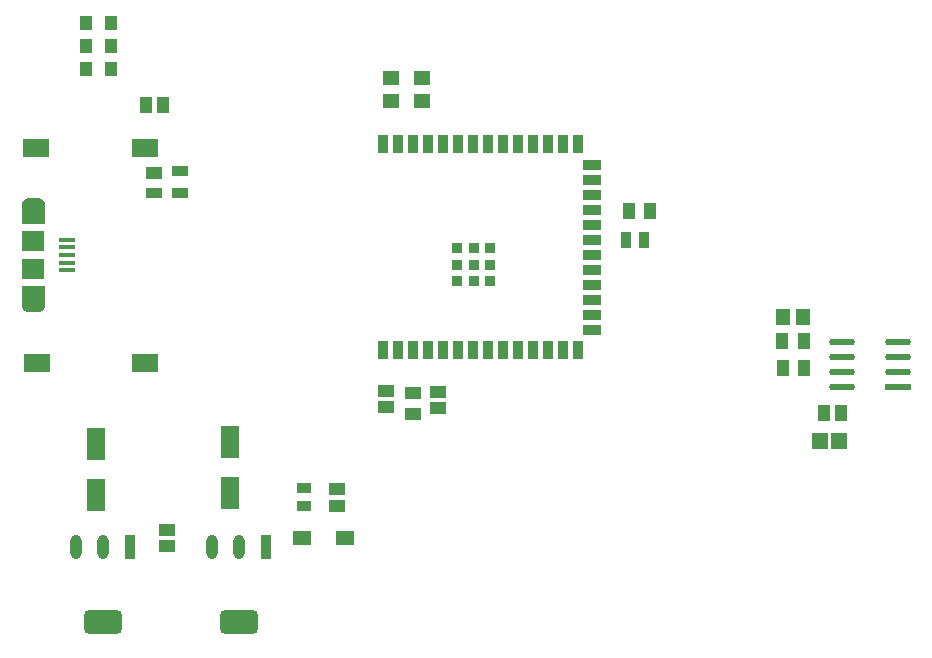
<source format=gtp>
G04*
G04 #@! TF.GenerationSoftware,Altium Limited,Altium Designer,24.10.1 (45)*
G04*
G04 Layer_Color=8421504*
%FSLAX44Y44*%
%MOMM*%
G71*
G04*
G04 #@! TF.SameCoordinates,9B87C798-A5EC-4888-A0B9-4BDBECF7F39D*
G04*
G04*
G04 #@! TF.FilePolarity,Positive*
G04*
G01*
G75*
%ADD19R,1.0500X1.4500*%
%ADD20R,1.3781X1.4562*%
%ADD21R,1.6000X1.2000*%
%ADD22R,1.3500X1.1000*%
%ADD23R,0.9000X1.5000*%
%ADD24R,1.5000X0.9000*%
%ADD25R,0.9000X0.9000*%
%ADD26R,1.1000X1.3500*%
%ADD27R,1.4000X0.9000*%
%ADD28R,1.4000X1.1000*%
%ADD29R,1.2500X1.4500*%
G04:AMPARAMS|DCode=30|XSize=2.1741mm|YSize=0.5821mm|CornerRadius=0.2911mm|HoleSize=0mm|Usage=FLASHONLY|Rotation=180.000|XOffset=0mm|YOffset=0mm|HoleType=Round|Shape=RoundedRectangle|*
%AMROUNDEDRECTD30*
21,1,2.1741,0.0000,0,0,180.0*
21,1,1.5919,0.5821,0,0,180.0*
1,1,0.5821,-0.7960,0.0000*
1,1,0.5821,0.7960,0.0000*
1,1,0.5821,0.7960,0.0000*
1,1,0.5821,-0.7960,0.0000*
%
%ADD30ROUNDEDRECTD30*%
%ADD31R,2.1741X0.5821*%
%ADD32R,1.1000X1.3000*%
%ADD33R,1.6000X2.8000*%
%ADD34R,1.4000X1.1000*%
%ADD35R,1.4500X1.2000*%
%ADD36R,0.9621X2.0542*%
G04:AMPARAMS|DCode=37|XSize=2.0542mm|YSize=0.9621mm|CornerRadius=0.4811mm|HoleSize=0mm|Usage=FLASHONLY|Rotation=270.000|XOffset=0mm|YOffset=0mm|HoleType=Round|Shape=RoundedRectangle|*
%AMROUNDEDRECTD37*
21,1,2.0542,0.0000,0,0,270.0*
21,1,1.0920,0.9621,0,0,270.0*
1,1,0.9621,0.0000,-0.5460*
1,1,0.9621,0.0000,0.5460*
1,1,0.9621,0.0000,0.5460*
1,1,0.9621,0.0000,-0.5460*
%
%ADD37ROUNDEDRECTD37*%
G04:AMPARAMS|DCode=38|XSize=2.0542mm|YSize=3.2621mm|CornerRadius=0.4827mm|HoleSize=0mm|Usage=FLASHONLY|Rotation=270.000|XOffset=0mm|YOffset=0mm|HoleType=Round|Shape=RoundedRectangle|*
%AMROUNDEDRECTD38*
21,1,2.0542,2.2967,0,0,270.0*
21,1,1.0887,3.2621,0,0,270.0*
1,1,0.9655,-1.1483,-0.5444*
1,1,0.9655,-1.1483,0.5444*
1,1,0.9655,1.1483,0.5444*
1,1,0.9655,1.1483,-0.5444*
%
%ADD38ROUNDEDRECTD38*%
%ADD39R,2.2000X1.6000*%
%ADD40R,2.1800X1.6000*%
%ADD41R,0.9500X1.3500*%
%ADD42R,1.1000X1.4000*%
%ADD43R,1.2621X0.9578*%
%ADD44R,1.9000X1.8000*%
%ADD45R,1.3500X0.4000*%
G36*
X41024Y427979D02*
Y426786D01*
X40110Y424581D01*
X38422Y422893D01*
X36217Y421979D01*
X26830D01*
X24625Y422893D01*
X22937Y424581D01*
X22024Y426786D01*
Y427979D01*
Y444479D01*
X41024D01*
Y427979D01*
D02*
G37*
G36*
X38422Y518066D02*
X40110Y516378D01*
X41024Y514173D01*
Y512979D01*
Y496479D01*
X22024D01*
Y512979D01*
Y514173D01*
X22937Y516378D01*
X24625Y518066D01*
X26830Y518979D01*
X36217D01*
X38422Y518066D01*
D02*
G37*
D19*
X683665Y397321D02*
D03*
X665165D02*
D03*
X684248Y374331D02*
D03*
X665748D02*
D03*
D20*
X713508Y312659D02*
D03*
X697738D02*
D03*
D21*
X295161Y230646D02*
D03*
X259161D02*
D03*
D22*
X329628Y355336D02*
D03*
Y341336D02*
D03*
X373655Y354819D02*
D03*
Y340819D02*
D03*
X288355Y272095D02*
D03*
Y258095D02*
D03*
X144315Y237942D02*
D03*
Y223942D02*
D03*
D23*
X327097Y564607D02*
D03*
X339797D02*
D03*
X352497D02*
D03*
X365197D02*
D03*
X377897D02*
D03*
X390597D02*
D03*
X403297D02*
D03*
X415997D02*
D03*
X428697D02*
D03*
X441397D02*
D03*
X454097D02*
D03*
X466797D02*
D03*
X479497D02*
D03*
X492197D02*
D03*
Y389606D02*
D03*
X479497D02*
D03*
X466797D02*
D03*
X454097D02*
D03*
X441397D02*
D03*
X428697D02*
D03*
X415997D02*
D03*
X403297D02*
D03*
X390597D02*
D03*
X377897D02*
D03*
X365197D02*
D03*
X352497D02*
D03*
X339797D02*
D03*
X327097D02*
D03*
D24*
X504697Y546957D02*
D03*
Y534257D02*
D03*
Y521557D02*
D03*
Y508857D02*
D03*
Y496157D02*
D03*
Y483457D02*
D03*
Y470757D02*
D03*
Y458057D02*
D03*
Y445357D02*
D03*
Y432657D02*
D03*
Y419957D02*
D03*
Y407257D02*
D03*
D25*
X390297Y476106D02*
D03*
Y462106D02*
D03*
Y448106D02*
D03*
X418297Y476106D02*
D03*
Y462106D02*
D03*
Y448106D02*
D03*
X404297Y476106D02*
D03*
Y448106D02*
D03*
Y462106D02*
D03*
D26*
X140903Y597763D02*
D03*
X126903D02*
D03*
X715180Y336732D02*
D03*
X701180D02*
D03*
D27*
X155923Y541833D02*
D03*
Y522832D02*
D03*
X133923D02*
D03*
D28*
Y539833D02*
D03*
D29*
X682991Y418283D02*
D03*
X666490D02*
D03*
D30*
X715855Y358891D02*
D03*
Y371591D02*
D03*
Y384291D02*
D03*
Y396991D02*
D03*
X763176D02*
D03*
Y384291D02*
D03*
Y371591D02*
D03*
D31*
Y358891D02*
D03*
D32*
X97393Y666814D02*
D03*
X76393D02*
D03*
X97393Y647486D02*
D03*
X76393D02*
D03*
X97243Y628308D02*
D03*
X76243D02*
D03*
D33*
X84710Y310414D02*
D03*
Y267415D02*
D03*
X198234Y312118D02*
D03*
Y269118D02*
D03*
D34*
X352724Y336035D02*
D03*
Y353535D02*
D03*
D35*
X334014Y600396D02*
D03*
Y620396D02*
D03*
X360189Y600379D02*
D03*
Y620379D02*
D03*
D36*
X228452Y223180D02*
D03*
X113352Y223459D02*
D03*
D37*
X205452Y223180D02*
D03*
X182452D02*
D03*
X90352Y223459D02*
D03*
X67352D02*
D03*
D38*
X205452Y159680D02*
D03*
X90352Y159959D02*
D03*
D39*
X34405Y379249D02*
D03*
X34012Y561274D02*
D03*
D40*
X126306Y379249D02*
D03*
X125911Y561274D02*
D03*
D41*
X533191Y483203D02*
D03*
X548691D02*
D03*
D42*
X553216Y507564D02*
D03*
X535716D02*
D03*
D43*
X260799Y258192D02*
D03*
Y272735D02*
D03*
D44*
X31524Y458979D02*
D03*
Y481979D02*
D03*
D45*
X59524Y483479D02*
D03*
Y457479D02*
D03*
Y476979D02*
D03*
Y470480D02*
D03*
Y463979D02*
D03*
M02*

</source>
